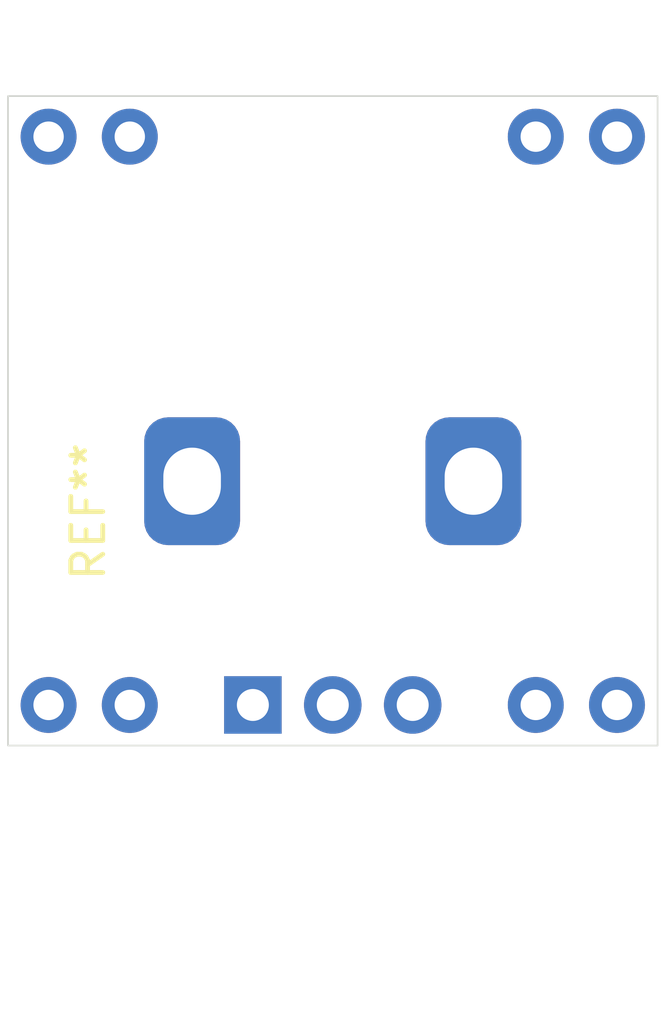
<source format=kicad_pcb>
(kicad_pcb (version 20241229) (generator "pcbnew") (generator_version "9.0")
  (layers (0 "F.Cu" signal) (2 "B.Cu" signal) (13 "F.Paste" user) (15 "B.Paste" user) (5 "F.SilkS" user "F.Silkscreen") (7 "B.SilkS" user "B.Silkscreen") (1 "F.Mask" user) (3 "B.Mask" user) (25 "Edge.Cuts" user))
  (net 0 "")
  (footprint "Potentiometer_THT:Potentiometer_Alps_RK09K_Single_Vertical" (layer "F.Cu") (at 171.49 88.9 90)
    (property "Reference" "REF**" (at 6.05 -5.15 90) (layer "F.SilkS"))
    (property "Value" "Potentiometer_Alps_RK09K_Single_Vertical")
    (pad "1" thru_hole rect (at 0 0 90) (size 1.8 1.8) (drill 1) (layers "*.Cu" "*.Mask"))
    (pad "2" thru_hole circle (at 0 2.5 90) (size 1.8 1.8) (drill 1) (layers "*.Cu" "*.Mask"))
    (pad "3" thru_hole circle (at 0 5 90) (size 1.8 1.8) (drill 1) (layers "*.Cu" "*.Mask"))
    (pad "MP" thru_hole roundrect (at 7 -1.9 90) (size 4 3) (drill oval 2.1 1.8) (layers "*.Cu" "*.Mask"))
    (pad "MP" thru_hole roundrect (at 7 6.9 90) (size 4 3) (drill oval 2.1 1.8) (layers "*.Cu" "*.Mask"))
  )
  (footprint "MiniBadge:MiniBadge_Simple_NoEdges" (layer "F.Cu") (at 163.83 69.85)
    (property "Reference" "REF**" (hide yes))
    (property "Value" "MiniBadge_Simple_NoEdges")
    (pad "1" thru_hole circle (at 1.27 1.27) (size 1.75 1.75) (drill 0.95) (layers "*.Cu" "*.Mask"))
    (pad "2" thru_hole circle (at 3.81 1.27) (size 1.75 1.75) (drill 0.95) (layers "*.Cu" "*.Mask"))
    (pad "7" thru_hole circle (at 16.51 1.27) (size 1.75 1.75) (drill 0.95) (layers "*.Cu" "*.Mask"))
    (pad "8" thru_hole circle (at 19.05 1.27) (size 1.75 1.75) (drill 0.95) (layers "*.Cu" "*.Mask"))
    (pad "9" thru_hole circle (at 1.27 19.05) (size 1.75 1.75) (drill 0.95) (layers "*.Cu" "*.Mask"))
    (pad "10" thru_hole circle (at 3.81 19.05) (size 1.75 1.75) (drill 0.95) (layers "*.Cu" "*.Mask"))
    (pad "15" thru_hole circle (at 16.51 19.05) (size 1.75 1.75) (drill 0.95) (layers "*.Cu" "*.Mask"))
    (pad "16" thru_hole circle (at 19.05 19.05) (size 1.75 1.75) (drill 0.95) (layers "*.Cu" "*.Mask"))
  )
  (gr_rect (start 163.83 69.85) (end 184.15 90.17) (stroke (width 0.05)) (fill no) (layer "Edge.Cuts"))
)
</source>
